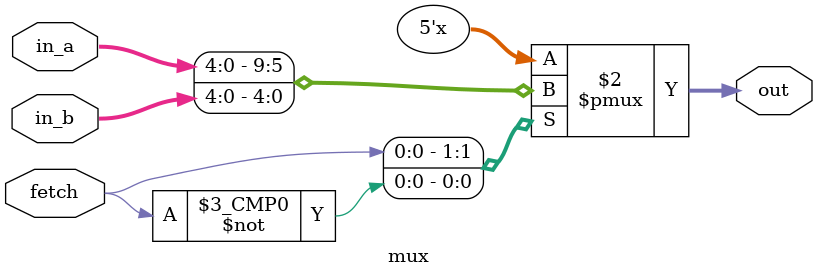
<source format=sv>
`timescale 1ns / 1ps


module mux(
input logic [4:0] in_a, in_b,
input logic fetch,
output logic [4:0] out
);
  always_comb
    unique case (fetch)
      1'b1: out = in_a;
      1'b0: out = in_b;
      default: out = 'x;
    endcase 
  
endmodule

</source>
